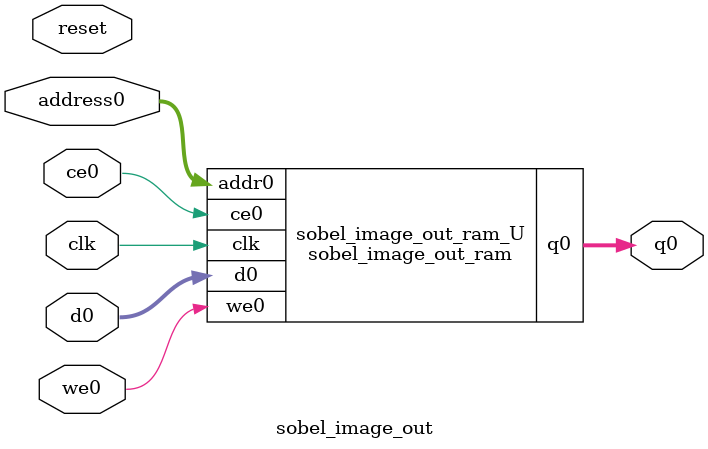
<source format=v>

`timescale 1 ns / 1 ps
module sobel_image_out_ram (addr0, ce0, d0, we0, q0,  clk);

parameter DWIDTH = 8;
parameter AWIDTH = 18;
parameter MEM_SIZE = 132096;

input[AWIDTH-1:0] addr0;
input ce0;
input[DWIDTH-1:0] d0;
input we0;
output reg[DWIDTH-1:0] q0;
input clk;

(* ram_style = "block" *)reg [DWIDTH-1:0] ram[0:MEM_SIZE-1];




always @(posedge clk)  
begin 
    if (ce0) 
    begin
        if (we0) 
        begin 
            ram[addr0] <= d0; 
            q0 <= d0;
        end 
        else 
            q0 <= ram[addr0];
    end
end


endmodule


`timescale 1 ns / 1 ps
module sobel_image_out(
    reset,
    clk,
    address0,
    ce0,
    we0,
    d0,
    q0);

parameter DataWidth = 32'd8;
parameter AddressRange = 32'd132096;
parameter AddressWidth = 32'd18;
input reset;
input clk;
input[AddressWidth - 1:0] address0;
input ce0;
input we0;
input[DataWidth - 1:0] d0;
output[DataWidth - 1:0] q0;



sobel_image_out_ram sobel_image_out_ram_U(
    .clk( clk ),
    .addr0( address0 ),
    .ce0( ce0 ),
    .d0( d0 ),
    .we0( we0 ),
    .q0( q0 ));

endmodule


</source>
